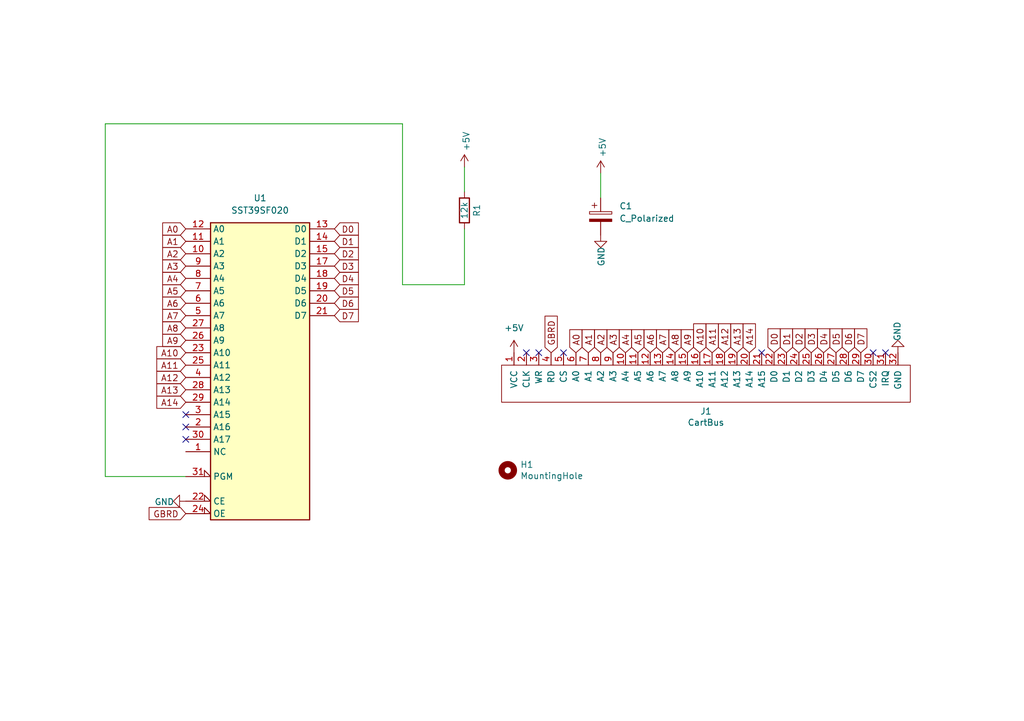
<source format=kicad_sch>
(kicad_sch (version 20211123) (generator eeschema)
  (paper "A5")
  (title_block (title "Isaac Cart 2") (date "2022-11-02") (rev "2.0") (company "Flashable DMG cartridge for games with no mapper"))
  (lib_symbols
    (symbol "AGB-E05-01-rescue:CartBus-GBA-NintendoSymbols" (pin_names (offset 1.016))
      (property "Reference" "U?" (at 24.13 -11.43 0))
      (property "Value" "CartBus-GBA-NintendoSymbols" (at 24.13 -8.89 0))
      (symbol "CartBus-GBA-NintendoSymbols_0_1"
        (rectangle (start 66.04 0) (end -17.78 -7.62))
      )
      (symbol "CartBus-GBA-NintendoSymbols_1_1"
        (pin unspecified line (at -15.24 2.54 270) (length 2.54) (name "VCC") (number "1"))
        (pin unspecified line (at 7.62 2.54 270) (length 2.54) (name "A4") (number "10"))
        (pin unspecified line (at 10.16 2.54 270) (length 2.54) (name "A5") (number "11"))
        (pin unspecified line (at 12.7 2.54 270) (length 2.54) (name "A6") (number "12"))
        (pin unspecified line (at 15.24 2.54 270) (length 2.54) (name "A7") (number "13"))
        (pin unspecified line (at 17.78 2.54 270) (length 2.54) (name "A8") (number "14"))
        (pin unspecified line (at 20.32 2.54 270) (length 2.54) (name "A9") (number "15"))
        (pin unspecified line (at 22.86 2.54 270) (length 2.54) (name "A10") (number "16"))
        (pin unspecified line (at 25.4 2.54 270) (length 2.54) (name "A11") (number "17"))
        (pin unspecified line (at 27.94 2.54 270) (length 2.54) (name "A12") (number "18"))
        (pin unspecified line (at 30.48 2.54 270) (length 2.54) (name "A13") (number "19"))
        (pin unspecified line (at -12.7 2.54 270) (length 2.54) (name "CLK~{}") (number "2"))
        (pin unspecified line (at 33.02 2.54 270) (length 2.54) (name "A14") (number "20"))
        (pin unspecified line (at 35.56 2.54 270) (length 2.54) (name "A15") (number "21"))
        (pin unspecified line (at 38.1 2.54 270) (length 2.54) (name "D0") (number "22"))
        (pin unspecified line (at 40.64 2.54 270) (length 2.54) (name "D1") (number "23"))
        (pin unspecified line (at 43.18 2.54 270) (length 2.54) (name "D2") (number "24"))
        (pin unspecified line (at 45.72 2.54 270) (length 2.54) (name "D3") (number "25"))
        (pin unspecified line (at 48.26 2.54 270) (length 2.54) (name "D4") (number "26"))
        (pin unspecified line (at 50.8 2.54 270) (length 2.54) (name "D5") (number "27"))
        (pin unspecified line (at 53.34 2.54 270) (length 2.54) (name "D6") (number "28"))
        (pin unspecified line (at 55.88 2.54 270) (length 2.54) (name "D7") (number "29"))
        (pin unspecified line (at -10.16 2.54 270) (length 2.54) (name "WR") (number "3"))
        (pin unspecified line (at 58.42 2.54 270) (length 2.54) (name "CS2") (number "30"))
        (pin unspecified line (at 60.96 2.54 270) (length 2.54) (name "IRQ") (number "31"))
        (pin unspecified line (at 63.5 2.54 270) (length 2.54) (name "GND") (number "32"))
        (pin unspecified line (at -7.62 2.54 270) (length 2.54) (name "RD") (number "4"))
        (pin unspecified line (at -5.08 2.54 270) (length 2.54) (name "CS") (number "5"))
        (pin unspecified line (at -2.54 2.54 270) (length 2.54) (name "A0") (number "6"))
        (pin unspecified line (at 0 2.54 270) (length 2.54) (name "A1") (number "7"))
        (pin unspecified line (at 2.54 2.54 270) (length 2.54) (name "A2") (number "8"))
        (pin unspecified line (at 5.08 2.54 270) (length 2.54) (name "A3") (number "9"))
      )
    )
    (symbol "Device:C_Polarized" (pin_numbers hide) (pin_names (offset 0.254))
      (property "Reference" "C" (at 0.635 2.54 0))
      (property "Value" "C_Polarized" (at 0.635 -2.54 0))
      (symbol "C_Polarized_0_1"
        (rectangle (start -2.286 0.508) (end 2.286 1.016))
        (polyline (pts (xy -1.778 2.286) (xy -0.762 2.286)))
        (polyline (pts (xy -1.27 2.794) (xy -1.27 1.778)))
        (rectangle (start 2.286 -0.508) (end -2.286 -1.016) (fill (type outline)))
      )
      (symbol "C_Polarized_1_1"
        (pin passive line (at 0 3.81 270) (length 2.794) (name "~") (number "1"))
        (pin passive line (at 0 -3.81 90) (length 2.794) (name "~") (number "2"))
      )
    )
    (symbol "Device:R" (pin_numbers hide) (pin_names (offset 0))
      (property "Reference" "R" (at 2.032 0 90))
      (property "Value" "R" (at 0 0 90))
      (symbol "R_0_1"
        (rectangle (start -1.016 -2.54) (end 1.016 2.54) (stroke (width 0.254)))
      )
      (symbol "R_1_1"
        (pin passive line (at 0 3.81 270) (length 1.27) (name "~") (number "1"))
        (pin passive line (at 0 -3.81 90) (length 1.27) (name "~") (number "2"))
      )
    )
    (symbol "Mechanical:MountingHole" (pin_names (offset 1.016))
      (property "Reference" "H" (at 0 5.08 0))
      (property "Value" "MountingHole" (at 0 3.175 0))
      (symbol "MountingHole_0_1"
        (circle (center 0 0) (radius 1.27) (stroke (width 1.27)))
      )
    )
    (symbol "Memory_Flash:SST39SF020"
      (property "Reference" "U" (at 2.54 33.02 0))
      (property "Value" "SST39SF020" (at 0 -30.48 0))
      (symbol "SST39SF020_0_0"
        (pin power_in line (at 0 -30.48 90) (length 1.27) hide (name "GND") (number "16"))
        (pin power_in line (at 0 33.02 270) (length 1.27) hide (name "VCC") (number "32"))
      )
      (symbol "SST39SF020_0_1"
        (rectangle (start -10.16 31.75) (end 10.16 -29.21) (stroke (width 0.254)) (fill (type background)))
      )
      (symbol "SST39SF020_1_1"
        (pin input line (at -15.24 -15.24 0) (length 5.08) (name "NC") (number "1"))
        (pin input line (at -15.24 25.4 0) (length 5.08) (name "A2") (number "10"))
        (pin input line (at -15.24 27.94 0) (length 5.08) (name "A1") (number "11"))
        (pin input line (at -15.24 30.48 0) (length 5.08) (name "A0") (number "12"))
        (pin tri_state line (at 15.24 30.48 180) (length 5.08) (name "D0") (number "13"))
        (pin tri_state line (at 15.24 27.94 180) (length 5.08) (name "D1") (number "14"))
        (pin tri_state line (at 15.24 25.4 180) (length 5.08) (name "D2") (number "15"))
        (pin tri_state line (at 15.24 22.86 180) (length 5.08) (name "D3") (number "17"))
        (pin tri_state line (at 15.24 20.32 180) (length 5.08) (name "D4") (number "18"))
        (pin tri_state line (at 15.24 17.78 180) (length 5.08) (name "D5") (number "19"))
        (pin input line (at -15.24 -10.16 0) (length 5.08) (name "A16") (number "2"))
        (pin tri_state line (at 15.24 15.24 180) (length 5.08) (name "D6") (number "20"))
        (pin tri_state line (at 15.24 12.7 180) (length 5.08) (name "D7") (number "21"))
        (pin input input_low (at -15.24 -25.4 0) (length 5.08) (name "CE") (number "22"))
        (pin input line (at -15.24 5.08 0) (length 5.08) (name "A10") (number "23"))
        (pin input input_low (at -15.24 -27.94 0) (length 5.08) (name "OE") (number "24"))
        (pin input line (at -15.24 2.54 0) (length 5.08) (name "A11") (number "25"))
        (pin input line (at -15.24 7.62 0) (length 5.08) (name "A9") (number "26"))
        (pin input line (at -15.24 10.16 0) (length 5.08) (name "A8") (number "27"))
        (pin input line (at -15.24 -2.54 0) (length 5.08) (name "A13") (number "28"))
        (pin input line (at -15.24 -5.08 0) (length 5.08) (name "A14") (number "29"))
        (pin input line (at -15.24 -7.62 0) (length 5.08) (name "A15") (number "3"))
        (pin input line (at -15.24 -12.7 0) (length 5.08) (name "A17") (number "30"))
        (pin input input_low (at -15.24 -20.32 0) (length 5.08) (name "PGM") (number "31"))
        (pin input line (at -15.24 0 0) (length 5.08) (name "A12") (number "4"))
        (pin input line (at -15.24 12.7 0) (length 5.08) (name "A7") (number "5"))
        (pin input line (at -15.24 15.24 0) (length 5.08) (name "A6") (number "6"))
        (pin input line (at -15.24 17.78 0) (length 5.08) (name "A5") (number "7"))
        (pin input line (at -15.24 20.32 0) (length 5.08) (name "A4") (number "8"))
        (pin input line (at -15.24 22.86 0) (length 5.08) (name "A3") (number "9"))
      )
    )
    (symbol "power:+5V" (power) (pin_names (offset 0))
      (property "Value" "+5V" (at 0 3.556 0))
      (symbol "+5V_0_1"
        (polyline (pts (xy -0.762 1.27) (xy 0 2.54)))
        (polyline (pts (xy 0 0) (xy 0 2.54)))
        (polyline (pts (xy 0 2.54) (xy 0.762 1.27)))
      )
      (symbol "+5V_1_1"
        (pin power_in line (at 0 0 90) (length 0) hide (name "+5V") (number "1"))
      )
    )
    (symbol "power:GND" (power) (pin_names (offset 0))
      (property "Value" "GND" (at 0 -3.81 0))
      (symbol "GND_0_1"
        (polyline (pts (xy 0 0) (xy 0 -1.27) (xy 1.27 -1.27) (xy 0 -2.54) (xy -1.27 -1.27) (xy 0 -1.27)))
      )
      (symbol "GND_1_1"
        (pin power_in line (at 0 0 270) (length 0) hide (name "GND") (number "1"))
      )
    )
  )
  (no_connect (at 38.1 85.09))
  (no_connect (at 115.57 72.39))
  (no_connect (at 110.49 72.39))
  (no_connect (at 179.07 72.39))
  (no_connect (at 38.1 90.17))
  (no_connect (at 38.1 87.63))
  (no_connect (at 107.95 72.39))
  (no_connect (at 181.61 72.39))
  (no_connect (at 156.21 72.39))
  (wire (pts (xy 95.25 58.42) (xy 82.55 58.42)))
  (wire (pts (xy 123.19 35.56) (xy 123.19 40.64)))
  (wire (pts (xy 82.55 25.4) (xy 21.59 25.4)))
  (wire (pts (xy 82.55 58.42) (xy 82.55 25.4)))
  (wire (pts (xy 21.59 25.4) (xy 21.59 97.79)))
  (wire (pts (xy 21.59 97.79) (xy 38.1 97.79)))
  (wire (pts (xy 95.25 34.29) (xy 95.25 39.37)))
  (wire (pts (xy 95.25 46.99) (xy 95.25 58.42)))
  (global_label "A11" (shape input) (at 38.1 74.93 180) (property "Intersheet References" "${INTERSHEET_REFS}" (effects hide)))
  (global_label "D5" (shape input) (at 68.58 59.69 0) (property "Intersheet References" "${INTERSHEET_REFS}" (effects hide)))
  (global_label "A7" (shape input) (at 38.1 64.77 180) (property "Intersheet References" "${INTERSHEET_REFS}" (effects hide)))
  (global_label "A0" (shape input) (at 38.1 46.99 180) (property "Intersheet References" "${INTERSHEET_REFS}" (effects hide)))
  (global_label "A12" (shape input) (at 148.59 72.39 90) (property "Intersheet References" "${INTERSHEET_REFS}" (effects hide)))
  (global_label "A1" (shape input) (at 120.65 72.39 90) (property "Intersheet References" "${INTERSHEET_REFS}" (effects hide)))
  (global_label "A10" (shape input) (at 143.51 72.39 90) (property "Intersheet References" "${INTERSHEET_REFS}" (effects hide)))
  (global_label "D4" (shape input) (at 168.91 72.39 90) (property "Intersheet References" "${INTERSHEET_REFS}" (effects hide)))
  (global_label "A2" (shape input) (at 123.19 72.39 90) (property "Intersheet References" "${INTERSHEET_REFS}" (effects hide)))
  (global_label "A14" (shape input) (at 153.67 72.39 90) (property "Intersheet References" "${INTERSHEET_REFS}" (effects hide)))
  (global_label "A2" (shape input) (at 38.1 52.07 180) (property "Intersheet References" "${INTERSHEET_REFS}" (effects hide)))
  (global_label "A9" (shape input) (at 38.1 69.85 180) (property "Intersheet References" "${INTERSHEET_REFS}" (effects hide)))
  (global_label "A14" (shape input) (at 38.1 82.55 180) (property "Intersheet References" "${INTERSHEET_REFS}" (effects hide)))
  (global_label "A1" (shape input) (at 38.1 49.53 180) (property "Intersheet References" "${INTERSHEET_REFS}" (effects hide)))
  (global_label "D2" (shape input) (at 163.83 72.39 90) (property "Intersheet References" "${INTERSHEET_REFS}" (effects hide)))
  (global_label "A9" (shape input) (at 140.97 72.39 90) (property "Intersheet References" "${INTERSHEET_REFS}" (effects hide)))
  (global_label "D3" (shape input) (at 68.58 54.61 0) (property "Intersheet References" "${INTERSHEET_REFS}" (effects hide)))
  (global_label "D3" (shape input) (at 166.37 72.39 90) (property "Intersheet References" "${INTERSHEET_REFS}" (effects hide)))
  (global_label "D6" (shape input) (at 173.99 72.39 90) (property "Intersheet References" "${INTERSHEET_REFS}" (effects hide)))
  (global_label "D0" (shape input) (at 68.58 46.99 0) (property "Intersheet References" "${INTERSHEET_REFS}" (effects hide)))
  (global_label "A6" (shape input) (at 133.35 72.39 90) (property "Intersheet References" "${INTERSHEET_REFS}" (effects hide)))
  (global_label "A8" (shape input) (at 138.43 72.39 90) (property "Intersheet References" "${INTERSHEET_REFS}" (effects hide)))
  (global_label "D5" (shape input) (at 171.45 72.39 90) (property "Intersheet References" "${INTERSHEET_REFS}" (effects hide)))
  (global_label "A4" (shape input) (at 38.1 57.15 180) (property "Intersheet References" "${INTERSHEET_REFS}" (effects hide)))
  (global_label "A13" (shape input) (at 38.1 80.01 180) (property "Intersheet References" "${INTERSHEET_REFS}" (effects hide)))
  (global_label "D6" (shape input) (at 68.58 62.23 0) (property "Intersheet References" "${INTERSHEET_REFS}" (effects hide)))
  (global_label "A7" (shape input) (at 135.89 72.39 90) (property "Intersheet References" "${INTERSHEET_REFS}" (effects hide)))
  (global_label "A10" (shape input) (at 38.1 72.39 180) (property "Intersheet References" "${INTERSHEET_REFS}" (effects hide)))
  (global_label "D0" (shape input) (at 158.75 72.39 90) (property "Intersheet References" "${INTERSHEET_REFS}" (effects hide)))
  (global_label "D4" (shape input) (at 68.58 57.15 0) (property "Intersheet References" "${INTERSHEET_REFS}" (effects hide)))
  (global_label "A5" (shape input) (at 130.81 72.39 90) (property "Intersheet References" "${INTERSHEET_REFS}" (effects hide)))
  (global_label "D1" (shape input) (at 68.58 49.53 0) (property "Intersheet References" "${INTERSHEET_REFS}" (effects hide)))
  (global_label "A8" (shape input) (at 38.1 67.31 180) (property "Intersheet References" "${INTERSHEET_REFS}" (effects hide)))
  (global_label "A4" (shape input) (at 128.27 72.39 90) (property "Intersheet References" "${INTERSHEET_REFS}" (effects hide)))
  (global_label "A3" (shape input) (at 38.1 54.61 180) (property "Intersheet References" "${INTERSHEET_REFS}" (effects hide)))
  (global_label "A13" (shape input) (at 151.13 72.39 90) (property "Intersheet References" "${INTERSHEET_REFS}" (effects hide)))
  (global_label "A5" (shape input) (at 38.1 59.69 180) (property "Intersheet References" "${INTERSHEET_REFS}" (effects hide)))
  (global_label "A3" (shape input) (at 125.73 72.39 90) (property "Intersheet References" "${INTERSHEET_REFS}" (effects hide)))
  (global_label "A6" (shape input) (at 38.1 62.23 180) (property "Intersheet References" "${INTERSHEET_REFS}" (effects hide)))
  (global_label "GBRD" (shape input) (at 113.03 72.39 90) (property "Intersheet References" "${INTERSHEET_REFS}" (effects hide)))
  (global_label "D7" (shape input) (at 68.58 64.77 0) (property "Intersheet References" "${INTERSHEET_REFS}" (effects hide)))
  (global_label "A11" (shape input) (at 146.05 72.39 90) (property "Intersheet References" "${INTERSHEET_REFS}" (effects hide)))
  (global_label "D1" (shape input) (at 161.29 72.39 90) (property "Intersheet References" "${INTERSHEET_REFS}" (effects hide)))
  (global_label "D7" (shape input) (at 176.53 72.39 90) (property "Intersheet References" "${INTERSHEET_REFS}" (effects hide)))
  (global_label "A12" (shape input) (at 38.1 77.47 180) (property "Intersheet References" "${INTERSHEET_REFS}" (effects hide)))
  (global_label "A0" (shape input) (at 118.11 72.39 90) (property "Intersheet References" "${INTERSHEET_REFS}" (effects hide)))
  (global_label "GBRD" (shape input) (at 38.1 105.41 180) (property "Intersheet References" "${INTERSHEET_REFS}" (effects hide)))
  (global_label "D2" (shape input) (at 68.58 52.07 0) (property "Intersheet References" "${INTERSHEET_REFS}" (effects hide)))
  (symbol (lib_id "Device:C_Polarized") (at 123.19 44.45 0) (unit 1)
    (property "Reference" "C1" (at 127 42.2909 0) (effects (justify left)))
    (property "Value" "C_Polarized" (at 127 44.8309 0) (effects (justify left)))
    (property "Footprint" "Capacitor_Tantalum_SMD:CP_EIA-3216-18_Kemet-A" (effects hide))
  )
  (symbol (lib_id "Mechanical:MountingHole") (at 104.14 96.52 0) (unit 1)
    (property "Reference" "H1" (at 106.68 95.3516 0) (effects (justify left)))
    (property "Value" "MountingHole" (at 106.68 97.663 0) (effects (justify left)))
    (property "Footprint" "GB Cartridge Stuff:MountingHole_7mm" (effects hide))
  )
  (symbol (lib_id "power:GND") (at 38.1 102.87 270) (unit 1)
    (property "Reference" "#PWR02" (effects hide))
    (property "Value" "GND" (at 33.7058 102.997 90))
  )
  (symbol (lib_id "power:GND") (at 123.19 48.26 0) (unit 1)
    (property "Reference" "#PWR0101" (effects hide))
    (property "Value" "GND" (at 123.317 52.6542 90))
  )
  (symbol (lib_id "power:+5V") (at 105.41 72.39 0) (unit 1)
    (property "Reference" "#PWR05" (effects hide))
    (property "Value" "+5V" (at 105.41 67.31 0))
  )
  (symbol (lib_id "power:GND") (at 184.15 72.39 180) (unit 1)
    (property "Reference" "#PWR06" (effects hide))
    (property "Value" "GND" (at 184.023 67.9958 90))
  )
  (symbol (lib_id "power:+5V") (at 123.19 35.56 0) (unit 1)
    (property "Reference" "#PWR0102" (effects hide))
    (property "Value" "+5V" (at 123.571 32.3088 90) (effects (justify left)))
  )
  (symbol (lib_id "power:+5V") (at 95.25 34.29 0) (unit 1)
    (property "Reference" "#PWR01" (effects hide))
    (property "Value" "+5V" (at 95.631 31.0388 90) (effects (justify left)))
  )
  (symbol (lib_id "Device:R") (at 95.25 43.18 180) (unit 1)
    (property "Reference" "R1" (at 97.79 43.18 90))
    (property "Value" "12k" (at 95.25 43.18 90))
    (property "Footprint" "Resistor_SMD:R_1206_3216Metric" (effects hide))
  )
  (symbol (lib_id "AGB-E05-01-rescue:CartBus-GBA-NintendoSymbols") (at 120.65 74.93 0) (unit 1)
    (property "Reference" "J1" (at 144.78 84.4042 0))
    (property "Value" "CartBus" (at 144.78 86.7156 0))
    (property "Footprint" "GB Cartridge Stuff:cartridge_PCBedge" (effects hide))
  )
  (symbol (lib_id "Memory_Flash:SST39SF020") (at 53.34 77.47 0) (unit 1)
    (property "Reference" "U1" (at 53.34 40.64 0))
    (property "Value" "SST39SF020" (at 53.34 43.18 0))
    (property "Footprint" "GB Cartridge Stuff:PLCC-32_11.4x14.0mm_P1.27mm_SOCKET" (effects hide))
    (property "Datasheet" "http://ww1.microchip.com/downloads/en/DeviceDoc/25022B.pdf" (effects hide))
  )
)
</source>
